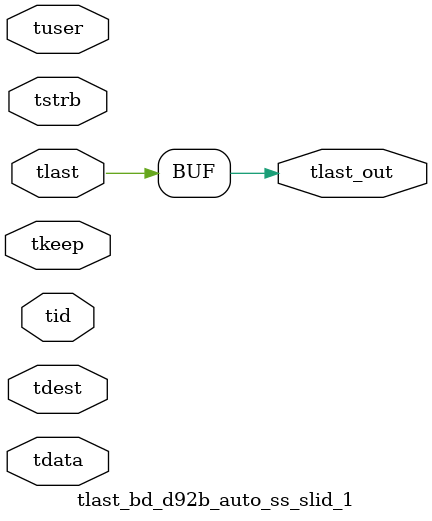
<source format=v>


`timescale 1ps/1ps

module tlast_bd_d92b_auto_ss_slid_1 #
(
parameter C_S_AXIS_TID_WIDTH   = 1,
parameter C_S_AXIS_TUSER_WIDTH = 0,
parameter C_S_AXIS_TDATA_WIDTH = 0,
parameter C_S_AXIS_TDEST_WIDTH = 0
)
(
input  [(C_S_AXIS_TID_WIDTH   == 0 ? 1 : C_S_AXIS_TID_WIDTH)-1:0       ] tid,
input  [(C_S_AXIS_TDATA_WIDTH == 0 ? 1 : C_S_AXIS_TDATA_WIDTH)-1:0     ] tdata,
input  [(C_S_AXIS_TUSER_WIDTH == 0 ? 1 : C_S_AXIS_TUSER_WIDTH)-1:0     ] tuser,
input  [(C_S_AXIS_TDEST_WIDTH == 0 ? 1 : C_S_AXIS_TDEST_WIDTH)-1:0     ] tdest,
input  [(C_S_AXIS_TDATA_WIDTH/8)-1:0 ] tkeep,
input  [(C_S_AXIS_TDATA_WIDTH/8)-1:0 ] tstrb,
input  [0:0]                                                             tlast,
output                                                                   tlast_out
);

assign tlast_out = {tlast};

endmodule


</source>
